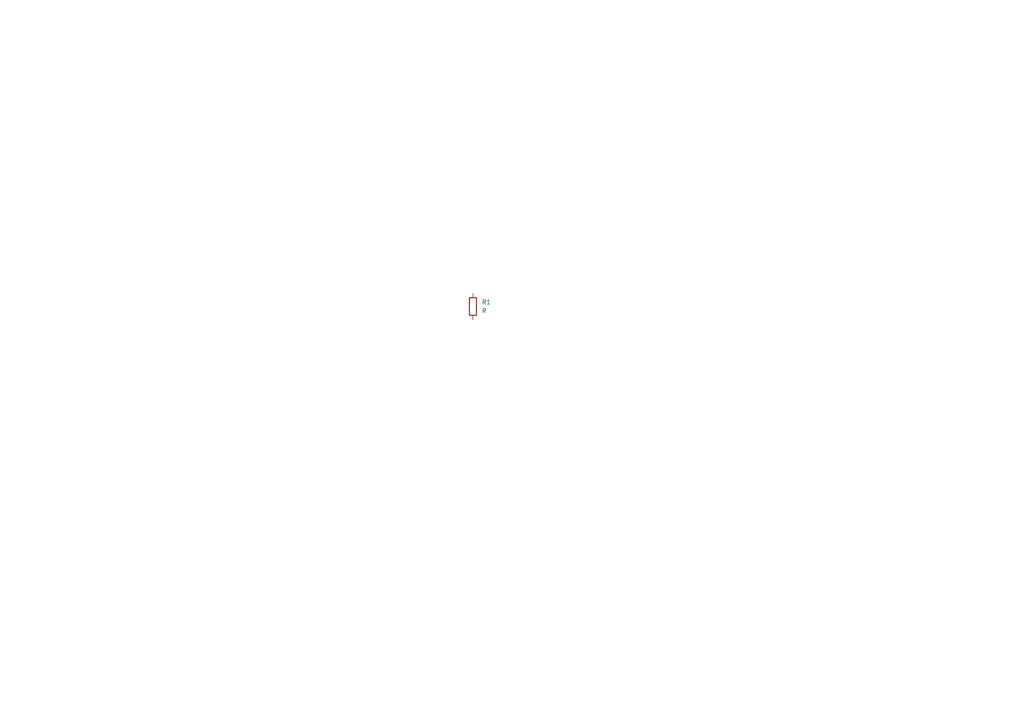
<source format=kicad_sch>
(kicad_sch (version 20250114) (generator "eeschema") (generator_version "9.0")
  (paper "A4")
  (lib_symbols
    (symbol "Device:R" (pin_numbers (hide yes)) (pin_names (offset 0))
      (property "Reference" "R" (at 2.032 0 90))
      (property "Value" "R" (at 0 0 90))
      (symbol "R_0_1"
        (rectangle (start -1.016 -2.54) (end 1.016 2.54) (stroke (width 0.254)))
      )
      (symbol "R_1_1"
        (pin passive line (at 0 3.81 270) (length 1.27) (name "~") (number "1"))
        (pin passive line (at 0 -3.81 90) (length 1.27) (name "~") (number "2"))
      )
    )
  )
  (symbol (lib_id "Device:R") (at 137.16 88.9 0) (unit 1)
    (property "Reference" "R1" (at 139.7 87.6299 0) (effects (justify left)))
    (property "Value" "R" (at 139.7 90.1699 0) (effects (justify left)))
    (property "Description" "Resistor" (effects (hide yes)))
  )
)
</source>
